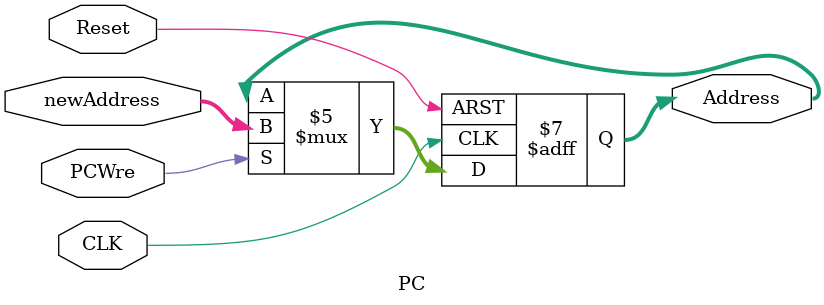
<source format=v>
`timescale 1ns / 1ps


module PC(
	input CLK,
	input Reset,
	input PCWre,
	input [31:0] newAddress,
	output reg[31:0] Address
	);
	
	initial begin
		Address = 0;
	end
	
	always@(negedge Reset or negedge CLK) begin
		if(Reset == 0)
			Address <= 0;
		else if(PCWre == 1) begin
			Address <= newAddress;
		end
	end
	
endmodule

</source>
